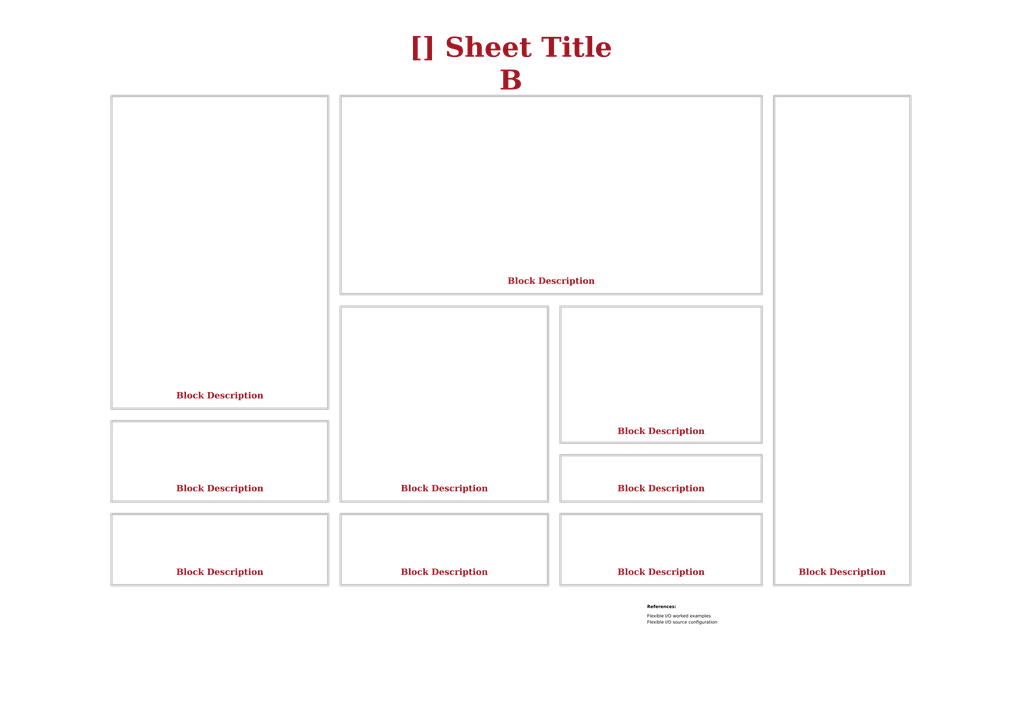
<source format=kicad_sch>
(kicad_sch
	(version 20250114)
	(generator "eeschema")
	(generator_version "9.0")
	(uuid "ea8c4f5e-7a49-4faf-a994-dbc85ed86b0a")
	(paper "A3")
	(title_block
		(title "Sheet Title B")
		(date "2025-01-12")
		(rev "${REVISION}")
		(company "${COMPANY}")
	)
	(lib_symbols)
	(rectangle
		(start 139.7 125.73)
		(end 224.79 205.74)
		(stroke
			(width 1)
			(type default)
			(color 200 200 200 1)
		)
		(fill
			(type none)
		)
		(uuid 1d862d27-55c8-43d9-a1e0-027d1852f163)
	)
	(rectangle
		(start 317.5 39.37)
		(end 373.38 240.03)
		(stroke
			(width 1)
			(type default)
			(color 200 200 200 1)
		)
		(fill
			(type none)
		)
		(uuid 1d9edcfe-b949-46c5-adca-40f822b4bd2a)
	)
	(rectangle
		(start 45.72 172.72)
		(end 134.62 205.74)
		(stroke
			(width 1)
			(type default)
			(color 200 200 200 1)
		)
		(fill
			(type none)
		)
		(uuid 5d23fe69-1b57-41a7-86cd-8987bca3e109)
	)
	(rectangle
		(start 45.72 210.82)
		(end 134.62 240.03)
		(stroke
			(width 1)
			(type default)
			(color 200 200 200 1)
		)
		(fill
			(type none)
		)
		(uuid 8b07e48f-2db7-43ad-80d6-e91fd34b7137)
	)
	(rectangle
		(start 229.87 186.69)
		(end 312.42 205.74)
		(stroke
			(width 1)
			(type default)
			(color 200 200 200 1)
		)
		(fill
			(type none)
		)
		(uuid 8fb364d8-7e61-4713-a5cf-4e5bf9a0422c)
	)
	(rectangle
		(start 229.87 125.73)
		(end 312.42 181.61)
		(stroke
			(width 1)
			(type default)
			(color 200 200 200 1)
		)
		(fill
			(type none)
		)
		(uuid 91e86061-3695-4d86-a73e-d25af3bfe9b8)
	)
	(rectangle
		(start 139.7 210.82)
		(end 224.79 240.03)
		(stroke
			(width 1)
			(type default)
			(color 200 200 200 1)
		)
		(fill
			(type none)
		)
		(uuid d99cdb64-d2e4-4f1f-8584-4020073b6248)
	)
	(rectangle
		(start 45.72 39.37)
		(end 134.62 167.64)
		(stroke
			(width 1)
			(type default)
			(color 200 200 200 1)
		)
		(fill
			(type none)
		)
		(uuid ed047b56-79da-45e9-8381-b3465e9473b3)
	)
	(rectangle
		(start 139.7 39.37)
		(end 312.42 120.65)
		(stroke
			(width 1)
			(type default)
			(color 200 200 200 1)
		)
		(fill
			(type none)
		)
		(uuid ed78b7e7-9d87-4eba-bb13-ab88d26954ef)
	)
	(rectangle
		(start 229.87 210.82)
		(end 312.42 240.03)
		(stroke
			(width 1)
			(type default)
			(color 200 200 200 1)
		)
		(fill
			(type none)
		)
		(uuid f026768c-915f-4378-b3f2-b0a2f2a348b8)
	)
	(text "Flexible I/O worked examples"
		(exclude_from_sim no)
		(at 265.43 254 0)
		(effects
			(font
				(face "Arial")
				(size 1.27 1.27)
				(color 0 0 0 1)
			)
			(justify left bottom)
			(href "https://jpieper.com/2022/06/30/flexible-i-o-worked-examples/")
		)
		(uuid "16842e9f-eef2-418b-80ee-4eca09c5cd4a")
	)
	(text "References:"
		(exclude_from_sim no)
		(at 265.43 250.19 0)
		(effects
			(font
				(face "Arial")
				(size 1.27 1.27)
				(thickness 0.254)
				(bold yes)
				(color 0 0 0 1)
			)
			(justify left bottom)
		)
		(uuid "ca73a951-c39c-4a3c-9e12-06e6bc2f3311")
	)
	(text "Flexible I/O source configuration"
		(exclude_from_sim no)
		(at 265.43 256.54 0)
		(effects
			(font
				(face "Arial")
				(size 1.27 1.27)
				(color 0 0 0 1)
			)
			(justify left bottom)
			(href "https://jpieper.com/2022/06/28/flexible-i-o-source-configuration/")
		)
		(uuid "ff128f57-01dd-404e-9bb2-8208299d438c")
	)
	(text_box "Block Description"
		(exclude_from_sim no)
		(at 46.99 194.31 0)
		(size 86.36 9.525)
		(margins 1.9049 1.9049 1.9049 1.9049)
		(stroke
			(width -0.0001)
			(type default)
		)
		(fill
			(type none)
		)
		(effects
			(font
				(face "Times New Roman")
				(size 2.54 2.54)
				(thickness 0.508)
				(bold yes)
				(color 162 22 34 1)
			)
			(justify bottom)
		)
		(uuid "22f68459-86b0-4160-81dc-9d64d58e4265")
	)
	(text_box "Block Description"
		(exclude_from_sim no)
		(at 140.97 228.6 0)
		(size 82.55 9.525)
		(margins 1.9049 1.9049 1.9049 1.9049)
		(stroke
			(width -0.0001)
			(type default)
		)
		(fill
			(type none)
		)
		(effects
			(font
				(face "Times New Roman")
				(size 2.54 2.54)
				(thickness 0.508)
				(bold yes)
				(color 162 22 34 1)
			)
			(justify bottom)
		)
		(uuid "5050590c-bc0b-438f-ac65-a11e5219903d")
	)
	(text_box "[${#}] ${TITLE}"
		(exclude_from_sim no)
		(at 161.29 20.32 0)
		(size 96.52 12.7)
		(margins 5.9999 5.9999 5.9999 5.9999)
		(stroke
			(width -0.0001)
			(type default)
		)
		(fill
			(type none)
		)
		(effects
			(font
				(face "Times New Roman")
				(size 8 8)
				(thickness 1.2)
				(bold yes)
				(color 162 22 34 1)
			)
		)
		(uuid "524c500e-48b2-4d74-9c30-5c34bf6c2558")
	)
	(text_box "Block Description"
		(exclude_from_sim no)
		(at 46.99 228.6 0)
		(size 86.36 9.525)
		(margins 1.9049 1.9049 1.9049 1.9049)
		(stroke
			(width -0.0001)
			(type default)
		)
		(fill
			(type none)
		)
		(effects
			(font
				(face "Times New Roman")
				(size 2.54 2.54)
				(thickness 0.508)
				(bold yes)
				(color 162 22 34 1)
			)
			(justify bottom)
		)
		(uuid "67a85d80-fe45-4492-a23f-f4ed25b939a9")
	)
	(text_box "DESIGN NOTE:\nblabla"
		(exclude_from_sim no)
		(at 65.405 299.085 0)
		(size 21.59 15.24)
		(margins 1.3525 1.3525 1.3525 1.3525)
		(stroke
			(width 0.8)
			(type solid)
			(color 255 165 0 1)
		)
		(fill
			(type none)
		)
		(effects
			(font
				(face "Arial")
				(size 1.27 1.27)
				(color 0 0 0 1)
			)
			(justify left top)
		)
		(uuid "7118d66d-27ed-4a42-9d0f-29873dd1133d")
	)
	(text_box "Block Description"
		(exclude_from_sim no)
		(at 231.14 228.6 0)
		(size 80.01 9.525)
		(margins 1.9049 1.9049 1.9049 1.9049)
		(stroke
			(width -0.0001)
			(type default)
		)
		(fill
			(type none)
		)
		(effects
			(font
				(face "Times New Roman")
				(size 2.54 2.54)
				(thickness 0.508)
				(bold yes)
				(color 162 22 34 1)
			)
			(justify bottom)
		)
		(uuid "7283beb6-c696-4e44-ac80-edfae78c644b")
	)
	(text_box "LAYOUT NOTE:\nblabla"
		(exclude_from_sim no)
		(at 89.535 299.085 0)
		(size 26.67 15.24)
		(margins 1.4525 1.4525 1.4525 1.4525)
		(stroke
			(width 1)
			(type solid)
			(color 0 0 255 1)
		)
		(fill
			(type none)
		)
		(effects
			(font
				(face "Arial")
				(size 1.27 1.27)
				(thickness 0.4)
				(bold yes)
				(color 0 0 255 1)
			)
			(justify left top)
		)
		(uuid "789bb8df-08ec-4683-a441-f4ff02e08c1e")
	)
	(text_box "Block Description"
		(exclude_from_sim no)
		(at 46.99 156.21 0)
		(size 86.36 9.525)
		(margins 1.9049 1.9049 1.9049 1.9049)
		(stroke
			(width -0.0001)
			(type default)
		)
		(fill
			(type none)
		)
		(effects
			(font
				(face "Times New Roman")
				(size 2.54 2.54)
				(thickness 0.508)
				(bold yes)
				(color 162 22 34 1)
			)
			(justify bottom)
		)
		(uuid "904a8349-50c0-42c2-9fb8-b365e5e4dae5")
	)
	(text_box "Block Description"
		(exclude_from_sim no)
		(at 142.24 109.22 0)
		(size 167.64 9.525)
		(margins 1.9049 1.9049 1.9049 1.9049)
		(stroke
			(width -0.0001)
			(type default)
		)
		(fill
			(type none)
		)
		(effects
			(font
				(face "Times New Roman")
				(size 2.54 2.54)
				(thickness 0.508)
				(bold yes)
				(color 162 22 34 1)
			)
			(justify bottom)
		)
		(uuid "96ca24d3-fb87-492b-b46b-2ff8e6f8597a")
	)
	(text_box "Block Description"
		(exclude_from_sim no)
		(at 231.775 170.815 0)
		(size 78.74 9.525)
		(margins 1.9049 1.9049 1.9049 1.9049)
		(stroke
			(width -0.0001)
			(type default)
		)
		(fill
			(type none)
		)
		(effects
			(font
				(face "Times New Roman")
				(size 2.54 2.54)
				(thickness 0.508)
				(bold yes)
				(color 162 22 34 1)
			)
			(justify bottom)
		)
		(uuid "9cf3d12e-f9c3-4c34-8081-b16b6bc5d5dd")
	)
	(text_box "Block Description"
		(exclude_from_sim no)
		(at 231.14 194.31 0)
		(size 80.01 9.525)
		(margins 1.9049 1.9049 1.9049 1.9049)
		(stroke
			(width -0.0001)
			(type default)
		)
		(fill
			(type none)
		)
		(effects
			(font
				(face "Times New Roman")
				(size 2.54 2.54)
				(thickness 0.508)
				(bold yes)
				(color 162 22 34 1)
			)
			(justify bottom)
		)
		(uuid "a0355043-f06f-4f70-9556-f7b249e99a87")
	)
	(text_box "Block Description"
		(exclude_from_sim no)
		(at 318.77 228.6 0)
		(size 53.34 9.525)
		(margins 1.9049 1.9049 1.9049 1.9049)
		(stroke
			(width -0.0001)
			(type default)
		)
		(fill
			(type none)
		)
		(effects
			(font
				(face "Times New Roman")
				(size 2.54 2.54)
				(thickness 0.508)
				(bold yes)
				(color 162 22 34 1)
			)
			(justify bottom)
		)
		(uuid "ac59a6b3-731c-4363-a803-7459ac300c4a")
	)
	(text_box "DESIGN NOTE:\nblabla"
		(exclude_from_sim no)
		(at 41.275 299.085 0)
		(size 21.59 15.24)
		(margins 1.3525 1.3525 1.3525 1.3525)
		(stroke
			(width 0.8)
			(type solid)
			(color 200 200 200 1)
		)
		(fill
			(type none)
		)
		(effects
			(font
				(face "Arial")
				(size 1.27 1.27)
				(color 0 0 0 1)
			)
			(justify left top)
		)
		(uuid "b30fc753-248d-41ea-b0ab-815ff2704544")
	)
	(text_box "Block Description"
		(exclude_from_sim no)
		(at 140.97 194.31 0)
		(size 82.55 9.525)
		(margins 1.9049 1.9049 1.9049 1.9049)
		(stroke
			(width -0.0001)
			(type default)
		)
		(fill
			(type none)
		)
		(effects
			(font
				(face "Times New Roman")
				(size 2.54 2.54)
				(thickness 0.508)
				(bold yes)
				(color 162 22 34 1)
			)
			(justify bottom)
		)
		(uuid "d975f102-c262-465d-91fc-7f6c552cfb8d")
	)
)

</source>
